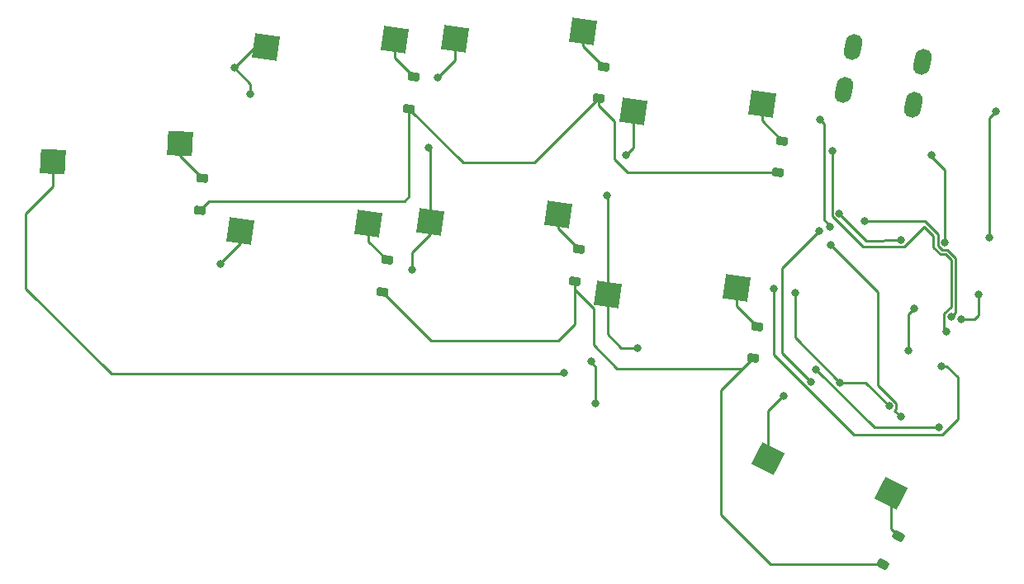
<source format=gbl>
%TF.GenerationSoftware,KiCad,Pcbnew,(7.0.0)*%
%TF.CreationDate,2023-03-16T17:08:34-03:00*%
%TF.ProjectId,TCC-PCB,5443432d-5043-4422-9e6b-696361645f70,rev?*%
%TF.SameCoordinates,Original*%
%TF.FileFunction,Copper,L2,Bot*%
%TF.FilePolarity,Positive*%
%FSLAX46Y46*%
G04 Gerber Fmt 4.6, Leading zero omitted, Abs format (unit mm)*
G04 Created by KiCad (PCBNEW (7.0.0)) date 2023-03-16 17:08:34*
%MOMM*%
%LPD*%
G01*
G04 APERTURE LIST*
G04 Aperture macros list*
%AMRoundRect*
0 Rectangle with rounded corners*
0 $1 Rounding radius*
0 $2 $3 $4 $5 $6 $7 $8 $9 X,Y pos of 4 corners*
0 Add a 4 corners polygon primitive as box body*
4,1,4,$2,$3,$4,$5,$6,$7,$8,$9,$2,$3,0*
0 Add four circle primitives for the rounded corners*
1,1,$1+$1,$2,$3*
1,1,$1+$1,$4,$5*
1,1,$1+$1,$6,$7*
1,1,$1+$1,$8,$9*
0 Add four rect primitives between the rounded corners*
20,1,$1+$1,$2,$3,$4,$5,0*
20,1,$1+$1,$4,$5,$6,$7,0*
20,1,$1+$1,$6,$7,$8,$9,0*
20,1,$1+$1,$8,$9,$2,$3,0*%
%AMHorizOval*
0 Thick line with rounded ends*
0 $1 width*
0 $2 $3 position (X,Y) of the first rounded end (center of the circle)*
0 $4 $5 position (X,Y) of the second rounded end (center of the circle)*
0 Add line between two ends*
20,1,$1,$2,$3,$4,$5,0*
0 Add two circle primitives to create the rounded ends*
1,1,$1,$2,$3*
1,1,$1,$4,$5*%
%AMRotRect*
0 Rectangle, with rotation*
0 The origin of the aperture is its center*
0 $1 length*
0 $2 width*
0 $3 Rotation angle, in degrees counterclockwise*
0 Add horizontal line*
21,1,$1,$2,0,0,$3*%
G04 Aperture macros list end*
%TA.AperFunction,ComponentPad*%
%ADD10HorizOval,1.700000X-0.103956X-0.489074X0.103956X0.489074X0*%
%TD*%
%TA.AperFunction,SMDPad,CuDef*%
%ADD11RotRect,2.550000X2.500000X352.000000*%
%TD*%
%TA.AperFunction,SMDPad,CuDef*%
%ADD12RotRect,2.550000X2.500000X333.000000*%
%TD*%
%TA.AperFunction,SMDPad,CuDef*%
%ADD13RotRect,2.550000X2.500000X357.000000*%
%TD*%
%TA.AperFunction,SMDPad,CuDef*%
%ADD14RoundRect,0.225000X0.218900X-0.378593X0.437065X0.014986X-0.218900X0.378593X-0.437065X-0.014986X0*%
%TD*%
%TA.AperFunction,SMDPad,CuDef*%
%ADD15RoundRect,0.225000X0.340037X-0.275000X0.402664X0.170620X-0.340037X0.275000X-0.402664X-0.170620X0*%
%TD*%
%TA.AperFunction,SMDPad,CuDef*%
%ADD16RoundRect,0.225000X0.353963X-0.256827X0.393183X0.191460X-0.353963X0.256827X-0.393183X-0.191460X0*%
%TD*%
%TA.AperFunction,ViaPad*%
%ADD17C,0.800000*%
%TD*%
%TA.AperFunction,Conductor*%
%ADD18C,0.250000*%
%TD*%
G04 APERTURE END LIST*
D10*
%TO.P,USB1,6,SHIELD*%
%TO.N,unconnected-(USB1-SHIELD-Pad6)*%
X189315602Y-72370835D03*
X182175124Y-70853079D03*
X188379999Y-76772499D03*
X181239522Y-75254744D03*
%TD*%
D11*
%TO.P,MX5,1,COL*%
%TO.N,COL2*%
X141372453Y-69981307D03*
%TO.P,MX5,2,ROW*%
%TO.N,Net-(D5-A)*%
X154527148Y-69265116D03*
%TD*%
%TO.P,MX4,1,COL*%
%TO.N,COL2*%
X138827416Y-88786234D03*
%TO.P,MX4,2,ROW*%
%TO.N,Net-(D4-A)*%
X151982111Y-88070043D03*
%TD*%
D12*
%TO.P,MX8,1,COL*%
%TO.N,COL4*%
X173450451Y-113086403D03*
%TO.P,MX8,2,ROW*%
%TO.N,Net-(D8-A)*%
X186121628Y-116691981D03*
%TD*%
D11*
%TO.P,MX6,1,COL*%
%TO.N,COL3*%
X157086808Y-96260380D03*
%TO.P,MX6,2,ROW*%
%TO.N,Net-(D6-A)*%
X170241503Y-95544189D03*
%TD*%
D13*
%TO.P,MX1,1,COL*%
%TO.N,COL0*%
X100161942Y-82637667D03*
%TO.P,MX1,2,ROW*%
%TO.N,Net-(D1-A)*%
X113204159Y-80777695D03*
%TD*%
D11*
%TO.P,MX3,1,COL*%
%TO.N,COL1*%
X122039809Y-70854427D03*
%TO.P,MX3,2,ROW*%
%TO.N,Net-(D3-A)*%
X135194504Y-70138236D03*
%TD*%
%TO.P,MX2,1,COL*%
%TO.N,COL1*%
X119371985Y-89702751D03*
%TO.P,MX2,2,ROW*%
%TO.N,Net-(D2-A)*%
X132526680Y-88986560D03*
%TD*%
%TO.P,MX7,1,COL*%
%TO.N,COL3*%
X159717449Y-77451177D03*
%TO.P,MX7,2,ROW*%
%TO.N,Net-(D7-A)*%
X172872144Y-76734986D03*
%TD*%
D14*
%TO.P,D8,1,K*%
%TO.N,Net-(D2-K)*%
X185260064Y-123945623D03*
%TO.P,D8,2,A*%
%TO.N,Net-(D8-A)*%
X186859936Y-121059377D03*
%TD*%
D15*
%TO.P,D7,1,K*%
%TO.N,Net-(D1-K)*%
X174460364Y-83740254D03*
%TO.P,D7,2,A*%
%TO.N,Net-(D7-A)*%
X174919636Y-80472370D03*
%TD*%
%TO.P,D6,1,K*%
%TO.N,Net-(D2-K)*%
X171920364Y-102816442D03*
%TO.P,D6,2,A*%
%TO.N,Net-(D6-A)*%
X172379636Y-99548558D03*
%TD*%
D16*
%TO.P,D1,1,K*%
%TO.N,Net-(D1-K)*%
X115196193Y-87607653D03*
%TO.P,D1,2,A*%
%TO.N,Net-(D1-A)*%
X115483807Y-84320211D03*
%TD*%
D15*
%TO.P,D4,1,K*%
%TO.N,Net-(D2-K)*%
X153660728Y-94910384D03*
%TO.P,D4,2,A*%
%TO.N,Net-(D4-A)*%
X154120000Y-91642500D03*
%TD*%
%TO.P,D2,1,K*%
%TO.N,Net-(D2-K)*%
X133980364Y-95986442D03*
%TO.P,D2,2,A*%
%TO.N,Net-(D2-A)*%
X134439636Y-92718558D03*
%TD*%
%TO.P,D3,1,K*%
%TO.N,Net-(D1-K)*%
X136670000Y-77192500D03*
%TO.P,D3,2,A*%
%TO.N,Net-(D3-A)*%
X137129272Y-73924616D03*
%TD*%
%TO.P,D5,1,K*%
%TO.N,Net-(D1-K)*%
X156140364Y-76126442D03*
%TO.P,D5,2,A*%
%TO.N,Net-(D5-A)*%
X156599636Y-72858558D03*
%TD*%
D17*
%TO.N,Net-(U1-UCAP)*%
X183430000Y-88722500D03*
X192270000Y-98545665D03*
%TO.N,GND*%
X179850000Y-89292500D03*
X195090000Y-96222500D03*
X193340000Y-98802500D03*
X178790000Y-78292500D03*
%TO.N,+5V*%
X196190000Y-90442500D03*
X188430000Y-97662500D03*
X196850000Y-77442500D03*
X180890000Y-105282500D03*
X185890000Y-107722500D03*
X187860000Y-102012500D03*
X176300000Y-96092500D03*
%TO.N,Net-(U1-XTAL1)*%
X179910000Y-91142500D03*
X187130000Y-108822500D03*
%TO.N,Net-(U1-XTAL2)*%
X180790000Y-87932500D03*
X178740000Y-89722500D03*
X177880000Y-105192500D03*
X187140000Y-90632500D03*
%TO.N,COL0*%
X152580000Y-104332500D03*
%TO.N,COL1*%
X118780000Y-73012500D03*
X117350000Y-93122500D03*
X120410000Y-75702500D03*
%TO.N,COL2*%
X136970000Y-93752500D03*
X138710000Y-81192500D03*
X139580000Y-74012500D03*
%TO.N,COL3*%
X157010000Y-86132500D03*
X160110000Y-101722500D03*
X158950000Y-81942500D03*
X155780000Y-107472500D03*
X155330000Y-103142500D03*
%TO.N,Net-(U1-~{HWB}{slash}PE2)*%
X191000000Y-109922500D03*
X178400000Y-103932500D03*
%TO.N,Net-(U1-D+)*%
X191750000Y-100102500D03*
X180050000Y-81522500D03*
%TO.N,Net-(U1-D-)*%
X191300000Y-103592500D03*
X174090000Y-95642500D03*
%TO.N,Net-(U1-~{RESET})*%
X190270000Y-81982500D03*
X191630000Y-90922000D03*
%TO.N,COL4*%
X175070000Y-106632500D03*
%TD*%
D18*
%TO.N,Net-(U1-UCAP)*%
X190905000Y-90067500D02*
X189560000Y-88722500D01*
X190905000Y-91222805D02*
X190905000Y-90067500D01*
X191865000Y-91647500D02*
X191329695Y-91647500D01*
X192720000Y-98095665D02*
X192720000Y-92502500D01*
X189560000Y-88722500D02*
X183430000Y-88722500D01*
X192270000Y-98545665D02*
X192720000Y-98095665D01*
X191329695Y-91647500D02*
X190905000Y-91222805D01*
X192720000Y-92502500D02*
X191865000Y-91647500D01*
%TO.N,GND*%
X195090000Y-98352500D02*
X194640000Y-98802500D01*
X179210000Y-78712500D02*
X179210000Y-88562500D01*
X179850000Y-89292500D02*
X179940000Y-89292500D01*
X194640000Y-98802500D02*
X193360000Y-98802500D01*
X179940000Y-89292500D02*
X179850000Y-89202500D01*
X195090000Y-96222500D02*
X195090000Y-98352500D01*
X179210000Y-88562500D02*
X179850000Y-89202500D01*
X179850000Y-89202500D02*
X179850000Y-89292500D01*
X178790000Y-78292500D02*
X179210000Y-78712500D01*
%TO.N,+5V*%
X183500000Y-105282500D02*
X185890000Y-107672500D01*
X176300000Y-96092500D02*
X176300000Y-100692500D01*
X185940000Y-107722500D02*
X185850000Y-107632500D01*
X196160000Y-78132500D02*
X196190000Y-90442500D01*
X180890000Y-105282500D02*
X183500000Y-105282500D01*
X188430000Y-97662500D02*
X188490000Y-97662500D01*
X188490000Y-97662500D02*
X188450000Y-97702500D01*
X188430000Y-97722500D02*
X188430000Y-97662500D01*
X185890000Y-107672500D02*
X185890000Y-107722500D01*
X196850000Y-77442500D02*
X196160000Y-78132500D01*
X187860000Y-98292500D02*
X188430000Y-97722500D01*
X176300000Y-100692500D02*
X180890000Y-105282500D01*
X187860000Y-102012500D02*
X187860000Y-98292500D01*
X185890000Y-107722500D02*
X185940000Y-107722500D01*
%TO.N,Net-(U1-XTAL1)*%
X184770000Y-105577195D02*
X184770000Y-96002500D01*
X187130000Y-108822500D02*
X186472652Y-108165152D01*
X186615000Y-108022805D02*
X186615000Y-107422195D01*
X184770000Y-96002500D02*
X179910000Y-91142500D01*
X186615000Y-107422195D02*
X184770000Y-105577195D01*
X186472652Y-108165152D02*
X186615000Y-108022805D01*
X179910000Y-91142500D02*
X179910000Y-90982500D01*
X179910000Y-90982500D02*
X179960000Y-91032500D01*
%TO.N,Net-(U1-XTAL2)*%
X177880000Y-105272500D02*
X177840000Y-105232500D01*
X174940000Y-102252500D02*
X177880000Y-105192500D01*
X180790000Y-87932500D02*
X183590000Y-90732500D01*
X177880000Y-105192500D02*
X177880000Y-105272500D01*
X183590000Y-90732500D02*
X187140000Y-90632500D01*
X178740000Y-89722500D02*
X174940000Y-93522500D01*
X174940000Y-93522500D02*
X174940000Y-102252500D01*
%TO.N,Net-(D1-K)*%
X157760000Y-78450295D02*
X157760000Y-82382500D01*
X136221634Y-86652012D02*
X136670000Y-86203646D01*
X115196193Y-87607653D02*
X116151834Y-86652012D01*
X159117754Y-83740254D02*
X174460364Y-83740254D01*
X156140364Y-76126442D02*
X156140364Y-76830659D01*
X149534983Y-82731823D02*
X156140364Y-76126442D01*
X136670000Y-86203646D02*
X136670000Y-77192500D01*
X116151834Y-86652012D02*
X136221634Y-86652012D01*
X157760000Y-82382500D02*
X159117754Y-83740254D01*
X142209323Y-82731823D02*
X149534983Y-82731823D01*
X156140364Y-76830659D02*
X157760000Y-78450295D01*
X136670000Y-77192500D02*
X142209323Y-82731823D01*
%TO.N,Net-(D1-A)*%
X113204160Y-82040564D02*
X115483807Y-84320211D01*
X113204160Y-80777696D02*
X113204160Y-82040564D01*
%TO.N,Net-(D2-A)*%
X132526681Y-90805603D02*
X132526681Y-88986561D01*
X134439636Y-92718558D02*
X132526681Y-90805603D01*
%TO.N,Net-(D2-K)*%
X171920364Y-102816442D02*
X170874983Y-103861823D01*
X170874983Y-103861823D02*
X158001823Y-103861823D01*
X155580000Y-97710139D02*
X153660728Y-95790867D01*
X173705623Y-123945623D02*
X168631823Y-118871823D01*
X138975745Y-100981823D02*
X133980364Y-95986442D01*
X168631823Y-106104983D02*
X171920364Y-102816442D01*
X155580000Y-101440000D02*
X155580000Y-97710139D01*
X153660728Y-99292918D02*
X151971823Y-100981823D01*
X151971823Y-100981823D02*
X138975745Y-100981823D01*
X185260064Y-123945623D02*
X173705623Y-123945623D01*
X168631823Y-118871823D02*
X168631823Y-106104983D01*
X153660728Y-95790867D02*
X153660728Y-94910384D01*
X153660728Y-94910384D02*
X153660728Y-99292918D01*
X158001823Y-103861823D02*
X155580000Y-101440000D01*
%TO.N,Net-(D3-A)*%
X137129272Y-73924616D02*
X135194505Y-71989849D01*
X135194505Y-71989849D02*
X135194505Y-70138237D01*
%TO.N,Net-(D4-A)*%
X151982112Y-89504612D02*
X151982112Y-88070044D01*
X154120000Y-91642500D02*
X151982112Y-89504612D01*
%TO.N,Net-(D5-A)*%
X154527149Y-70786071D02*
X154527149Y-69265117D01*
X156599636Y-72858558D02*
X154527149Y-70786071D01*
%TO.N,Net-(D6-A)*%
X172379636Y-99548558D02*
X170241504Y-97410426D01*
X170241504Y-97410426D02*
X170241504Y-95544190D01*
%TO.N,Net-(D7-A)*%
X172872145Y-78424879D02*
X172872145Y-76734987D01*
X174919636Y-80472370D02*
X172872145Y-78424879D01*
%TO.N,Net-(D8-A)*%
X186121629Y-120321070D02*
X186121629Y-116691982D01*
X186859936Y-121059377D02*
X186121629Y-120321070D01*
%TO.N,COL0*%
X152390000Y-104422500D02*
X152300000Y-104422500D01*
X152210000Y-104422500D02*
X152580000Y-104332500D01*
X152580000Y-104332500D02*
X152390000Y-104422500D01*
X97371823Y-95631823D02*
X106162500Y-104422500D01*
X100161943Y-85177568D02*
X97371823Y-87967688D01*
X97371823Y-87967688D02*
X97371823Y-95631823D01*
X106162500Y-104422500D02*
X152210000Y-104422500D01*
X100161943Y-82637668D02*
X100161943Y-85177568D01*
%TO.N,COL1*%
X118780000Y-73012500D02*
X120938072Y-70854428D01*
X119371986Y-91030514D02*
X117350000Y-93052500D01*
X120410000Y-75702500D02*
X120410000Y-74642500D01*
X120410000Y-74642500D02*
X118780000Y-73012500D01*
X120938072Y-70854428D02*
X122039810Y-70854428D01*
X119371986Y-89702752D02*
X119371986Y-91030514D01*
%TO.N,COL2*%
X136970000Y-91963646D02*
X138827417Y-90106229D01*
X136970000Y-93752500D02*
X136970000Y-91963646D01*
X141372454Y-72220046D02*
X141372454Y-69981308D01*
X138827417Y-90106229D02*
X138827417Y-88786235D01*
X138827417Y-88786235D02*
X138827417Y-81325083D01*
X139580000Y-74012500D02*
X141372454Y-72220046D01*
%TO.N,COL3*%
X157086809Y-99190483D02*
X157086809Y-96260381D01*
X157086809Y-96260381D02*
X157086809Y-86209309D01*
X159717450Y-81175050D02*
X159717450Y-77451178D01*
X160110000Y-101722500D02*
X158440000Y-101722500D01*
X155780000Y-103672500D02*
X155330000Y-103222500D01*
X155330000Y-103222500D02*
X155330000Y-103142500D01*
X157030000Y-99247292D02*
X157086809Y-99190483D01*
X155250000Y-103142500D02*
X155370000Y-103262500D01*
X155330000Y-103142500D02*
X155250000Y-103142500D01*
X157030000Y-100312500D02*
X157030000Y-99247292D01*
X155780000Y-107472500D02*
X155780000Y-103672500D01*
X158440000Y-101722500D02*
X157030000Y-100312500D01*
X158950000Y-81942500D02*
X159717450Y-81175050D01*
%TO.N,Net-(U1-~{HWB}{slash}PE2)*%
X191000000Y-109922500D02*
X184370000Y-109922500D01*
X184370000Y-109922500D02*
X178400000Y-103952500D01*
%TO.N,Net-(U1-D+)*%
X187440305Y-91357500D02*
X189499455Y-89298351D01*
X190455000Y-90253896D02*
X190455000Y-91409201D01*
X191545000Y-99897500D02*
X191750000Y-100102500D01*
X192270000Y-97520360D02*
X191545000Y-98245360D01*
X180050000Y-81522500D02*
X180050000Y-88217805D01*
X192270000Y-92688896D02*
X192270000Y-97520360D01*
X190455000Y-91409201D02*
X191143299Y-92097500D01*
X191143299Y-92097500D02*
X191678604Y-92097500D01*
X189499455Y-89298351D02*
X190455000Y-90253896D01*
X183189695Y-91357500D02*
X187440305Y-91357500D01*
X191678604Y-92097500D02*
X192270000Y-92688896D01*
X191545000Y-98245360D02*
X191545000Y-99897500D01*
X180050000Y-88217805D02*
X183189695Y-91357500D01*
%TO.N,Net-(U1-D-)*%
X191810000Y-103632500D02*
X191300000Y-103592500D01*
X182309695Y-110647500D02*
X191325000Y-110647500D01*
X192940000Y-104762500D02*
X191810000Y-103632500D01*
X174090000Y-95642500D02*
X174090000Y-102427805D01*
X191325000Y-110647500D02*
X192940000Y-109032500D01*
X192940000Y-109032500D02*
X192940000Y-104762500D01*
X174090000Y-102427805D02*
X182309695Y-110647500D01*
%TO.N,Net-(U1-~{RESET})*%
X190270000Y-81982500D02*
X190130000Y-81982500D01*
X191630000Y-90922000D02*
X191630000Y-83482500D01*
X191630000Y-83482500D02*
X190270000Y-82122500D01*
X190130000Y-81982500D02*
X190240000Y-82092500D01*
X190270000Y-82122500D02*
X190270000Y-81982500D01*
%TO.N,COL4*%
X173450452Y-113086404D02*
X173450452Y-108212048D01*
X173450452Y-108212048D02*
X175030000Y-106632500D01*
%TD*%
M02*

</source>
